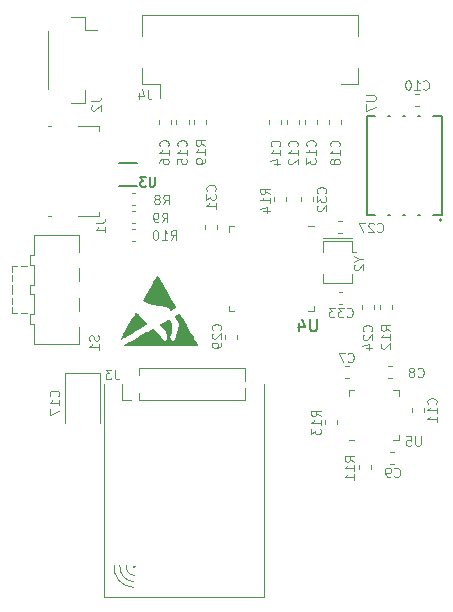
<source format=gbr>
%TF.GenerationSoftware,KiCad,Pcbnew,(5.1.6)-1*%
%TF.CreationDate,2020-07-04T15:59:08+08:00*%
%TF.ProjectId,24RF_Remote_Control,32345246-5f52-4656-9d6f-74655f436f6e,rev?*%
%TF.SameCoordinates,Original*%
%TF.FileFunction,Legend,Bot*%
%TF.FilePolarity,Positive*%
%FSLAX46Y46*%
G04 Gerber Fmt 4.6, Leading zero omitted, Abs format (unit mm)*
G04 Created by KiCad (PCBNEW (5.1.6)-1) date 2020-07-04 15:59:08*
%MOMM*%
%LPD*%
G01*
G04 APERTURE LIST*
%ADD10C,0.010000*%
%ADD11C,0.120000*%
%ADD12C,0.152400*%
%ADD13C,0.150000*%
G04 APERTURE END LIST*
D10*
%TO.C,REF\u002A\u002A*%
G36*
X139806506Y-92967458D02*
G01*
X139773981Y-92980036D01*
X139724407Y-93005012D01*
X139653226Y-93044176D01*
X139647684Y-93047288D01*
X139582126Y-93084776D01*
X139526802Y-93117619D01*
X139487145Y-93142505D01*
X139468588Y-93156120D01*
X139468069Y-93156787D01*
X139472552Y-93175690D01*
X139493114Y-93217905D01*
X139528417Y-93281132D01*
X139577120Y-93363072D01*
X139637882Y-93461422D01*
X139709364Y-93573885D01*
X139727155Y-93601465D01*
X139773507Y-93677999D01*
X139807258Y-93743856D01*
X139825447Y-93793082D01*
X139827314Y-93802807D01*
X139826485Y-93845612D01*
X139817206Y-93913509D01*
X139800632Y-94002143D01*
X139777920Y-94107159D01*
X139750227Y-94224202D01*
X139718710Y-94348916D01*
X139684525Y-94476945D01*
X139648829Y-94603934D01*
X139612779Y-94725528D01*
X139577532Y-94837372D01*
X139544244Y-94935110D01*
X139514072Y-95014387D01*
X139493039Y-95061422D01*
X139468263Y-95111525D01*
X139444870Y-95159468D01*
X139443603Y-95162093D01*
X139404901Y-95210520D01*
X139348416Y-95243128D01*
X139282661Y-95258754D01*
X139216149Y-95256237D01*
X139157395Y-95234414D01*
X139124342Y-95205682D01*
X139076741Y-95126883D01*
X139041861Y-95028678D01*
X139022723Y-94921079D01*
X139020012Y-94860080D01*
X139030930Y-94746235D01*
X139062976Y-94651960D01*
X139117874Y-94572679D01*
X139134993Y-94555033D01*
X139185939Y-94505535D01*
X139189437Y-94155662D01*
X139192936Y-93805789D01*
X139103782Y-93670831D01*
X139061946Y-93609745D01*
X139021655Y-93554793D01*
X138988657Y-93513636D01*
X138974474Y-93498492D01*
X138934319Y-93461110D01*
X138879935Y-93490398D01*
X138845561Y-93511384D01*
X138826754Y-93527678D01*
X138825551Y-93530607D01*
X138812697Y-93543028D01*
X138790704Y-93552277D01*
X138769450Y-93560613D01*
X138736906Y-93576449D01*
X138690278Y-93601333D01*
X138626771Y-93636809D01*
X138543592Y-93684423D01*
X138437947Y-93745722D01*
X138380538Y-93779232D01*
X138313006Y-93819371D01*
X138268715Y-93847959D01*
X138243745Y-93868339D01*
X138234177Y-93883853D01*
X138236092Y-93897846D01*
X138237689Y-93901096D01*
X138253224Y-93921566D01*
X138286464Y-93959965D01*
X138333538Y-94011996D01*
X138390572Y-94073366D01*
X138439900Y-94125390D01*
X138553570Y-94248867D01*
X138642495Y-94355891D01*
X138707466Y-94447540D01*
X138749279Y-94524888D01*
X138763383Y-94564166D01*
X138769208Y-94598549D01*
X138775225Y-94657199D01*
X138780904Y-94733417D01*
X138785716Y-94820502D01*
X138787981Y-94875568D01*
X138791141Y-94970764D01*
X138792531Y-95040362D01*
X138791742Y-95089709D01*
X138788365Y-95124154D01*
X138781992Y-95149043D01*
X138772213Y-95169725D01*
X138764533Y-95182353D01*
X138720179Y-95231026D01*
X138663026Y-95264945D01*
X138602892Y-95279738D01*
X138557827Y-95274386D01*
X138517024Y-95251230D01*
X138465876Y-95209762D01*
X138411558Y-95157212D01*
X138361243Y-95100816D01*
X138322106Y-95047805D01*
X138307695Y-95022189D01*
X138286109Y-94987114D01*
X138246847Y-94933689D01*
X138193498Y-94866089D01*
X138129648Y-94788490D01*
X138058885Y-94705068D01*
X137984796Y-94619998D01*
X137910968Y-94537455D01*
X137840989Y-94461616D01*
X137778445Y-94396656D01*
X137729340Y-94348969D01*
X137674821Y-94301332D01*
X137628958Y-94266208D01*
X137596789Y-94247249D01*
X137586111Y-94245164D01*
X137569747Y-94253574D01*
X137528929Y-94276146D01*
X137466014Y-94311524D01*
X137383356Y-94358354D01*
X137283311Y-94415281D01*
X137168234Y-94480949D01*
X137040481Y-94554003D01*
X136902406Y-94633088D01*
X136756366Y-94716848D01*
X136604716Y-94803929D01*
X136449810Y-94892976D01*
X136294005Y-94982632D01*
X136139656Y-95071543D01*
X135989118Y-95158354D01*
X135844746Y-95241709D01*
X135708896Y-95320254D01*
X135583923Y-95392633D01*
X135472183Y-95457490D01*
X135376030Y-95513471D01*
X135297821Y-95559220D01*
X135239911Y-95593383D01*
X135204654Y-95614604D01*
X135194435Y-95621263D01*
X135208198Y-95622580D01*
X135251496Y-95623859D01*
X135322886Y-95625096D01*
X135420927Y-95626283D01*
X135544178Y-95627415D01*
X135691197Y-95628486D01*
X135860543Y-95629489D01*
X136050774Y-95630419D01*
X136260449Y-95631268D01*
X136488127Y-95632032D01*
X136732365Y-95632703D01*
X136991723Y-95633276D01*
X137264759Y-95633744D01*
X137550032Y-95634102D01*
X137846100Y-95634342D01*
X138151521Y-95634459D01*
X138279676Y-95634471D01*
X141379630Y-95634471D01*
X141158547Y-95251147D01*
X141111744Y-95169980D01*
X141051498Y-95065466D01*
X140979822Y-94941101D01*
X140898731Y-94800382D01*
X140810238Y-94646803D01*
X140716360Y-94483862D01*
X140619109Y-94315054D01*
X140520500Y-94143875D01*
X140422547Y-93973821D01*
X140397775Y-93930812D01*
X140307448Y-93774157D01*
X140221311Y-93625103D01*
X140140658Y-93485868D01*
X140066784Y-93358671D01*
X140000983Y-93245732D01*
X139944550Y-93149268D01*
X139898779Y-93071500D01*
X139864965Y-93014646D01*
X139844402Y-92980925D01*
X139838647Y-92972340D01*
X139826542Y-92965489D01*
X139806506Y-92967458D01*
G37*
X139806506Y-92967458D02*
X139773981Y-92980036D01*
X139724407Y-93005012D01*
X139653226Y-93044176D01*
X139647684Y-93047288D01*
X139582126Y-93084776D01*
X139526802Y-93117619D01*
X139487145Y-93142505D01*
X139468588Y-93156120D01*
X139468069Y-93156787D01*
X139472552Y-93175690D01*
X139493114Y-93217905D01*
X139528417Y-93281132D01*
X139577120Y-93363072D01*
X139637882Y-93461422D01*
X139709364Y-93573885D01*
X139727155Y-93601465D01*
X139773507Y-93677999D01*
X139807258Y-93743856D01*
X139825447Y-93793082D01*
X139827314Y-93802807D01*
X139826485Y-93845612D01*
X139817206Y-93913509D01*
X139800632Y-94002143D01*
X139777920Y-94107159D01*
X139750227Y-94224202D01*
X139718710Y-94348916D01*
X139684525Y-94476945D01*
X139648829Y-94603934D01*
X139612779Y-94725528D01*
X139577532Y-94837372D01*
X139544244Y-94935110D01*
X139514072Y-95014387D01*
X139493039Y-95061422D01*
X139468263Y-95111525D01*
X139444870Y-95159468D01*
X139443603Y-95162093D01*
X139404901Y-95210520D01*
X139348416Y-95243128D01*
X139282661Y-95258754D01*
X139216149Y-95256237D01*
X139157395Y-95234414D01*
X139124342Y-95205682D01*
X139076741Y-95126883D01*
X139041861Y-95028678D01*
X139022723Y-94921079D01*
X139020012Y-94860080D01*
X139030930Y-94746235D01*
X139062976Y-94651960D01*
X139117874Y-94572679D01*
X139134993Y-94555033D01*
X139185939Y-94505535D01*
X139189437Y-94155662D01*
X139192936Y-93805789D01*
X139103782Y-93670831D01*
X139061946Y-93609745D01*
X139021655Y-93554793D01*
X138988657Y-93513636D01*
X138974474Y-93498492D01*
X138934319Y-93461110D01*
X138879935Y-93490398D01*
X138845561Y-93511384D01*
X138826754Y-93527678D01*
X138825551Y-93530607D01*
X138812697Y-93543028D01*
X138790704Y-93552277D01*
X138769450Y-93560613D01*
X138736906Y-93576449D01*
X138690278Y-93601333D01*
X138626771Y-93636809D01*
X138543592Y-93684423D01*
X138437947Y-93745722D01*
X138380538Y-93779232D01*
X138313006Y-93819371D01*
X138268715Y-93847959D01*
X138243745Y-93868339D01*
X138234177Y-93883853D01*
X138236092Y-93897846D01*
X138237689Y-93901096D01*
X138253224Y-93921566D01*
X138286464Y-93959965D01*
X138333538Y-94011996D01*
X138390572Y-94073366D01*
X138439900Y-94125390D01*
X138553570Y-94248867D01*
X138642495Y-94355891D01*
X138707466Y-94447540D01*
X138749279Y-94524888D01*
X138763383Y-94564166D01*
X138769208Y-94598549D01*
X138775225Y-94657199D01*
X138780904Y-94733417D01*
X138785716Y-94820502D01*
X138787981Y-94875568D01*
X138791141Y-94970764D01*
X138792531Y-95040362D01*
X138791742Y-95089709D01*
X138788365Y-95124154D01*
X138781992Y-95149043D01*
X138772213Y-95169725D01*
X138764533Y-95182353D01*
X138720179Y-95231026D01*
X138663026Y-95264945D01*
X138602892Y-95279738D01*
X138557827Y-95274386D01*
X138517024Y-95251230D01*
X138465876Y-95209762D01*
X138411558Y-95157212D01*
X138361243Y-95100816D01*
X138322106Y-95047805D01*
X138307695Y-95022189D01*
X138286109Y-94987114D01*
X138246847Y-94933689D01*
X138193498Y-94866089D01*
X138129648Y-94788490D01*
X138058885Y-94705068D01*
X137984796Y-94619998D01*
X137910968Y-94537455D01*
X137840989Y-94461616D01*
X137778445Y-94396656D01*
X137729340Y-94348969D01*
X137674821Y-94301332D01*
X137628958Y-94266208D01*
X137596789Y-94247249D01*
X137586111Y-94245164D01*
X137569747Y-94253574D01*
X137528929Y-94276146D01*
X137466014Y-94311524D01*
X137383356Y-94358354D01*
X137283311Y-94415281D01*
X137168234Y-94480949D01*
X137040481Y-94554003D01*
X136902406Y-94633088D01*
X136756366Y-94716848D01*
X136604716Y-94803929D01*
X136449810Y-94892976D01*
X136294005Y-94982632D01*
X136139656Y-95071543D01*
X135989118Y-95158354D01*
X135844746Y-95241709D01*
X135708896Y-95320254D01*
X135583923Y-95392633D01*
X135472183Y-95457490D01*
X135376030Y-95513471D01*
X135297821Y-95559220D01*
X135239911Y-95593383D01*
X135204654Y-95614604D01*
X135194435Y-95621263D01*
X135208198Y-95622580D01*
X135251496Y-95623859D01*
X135322886Y-95625096D01*
X135420927Y-95626283D01*
X135544178Y-95627415D01*
X135691197Y-95628486D01*
X135860543Y-95629489D01*
X136050774Y-95630419D01*
X136260449Y-95631268D01*
X136488127Y-95632032D01*
X136732365Y-95632703D01*
X136991723Y-95633276D01*
X137264759Y-95633744D01*
X137550032Y-95634102D01*
X137846100Y-95634342D01*
X138151521Y-95634459D01*
X138279676Y-95634471D01*
X141379630Y-95634471D01*
X141158547Y-95251147D01*
X141111744Y-95169980D01*
X141051498Y-95065466D01*
X140979822Y-94941101D01*
X140898731Y-94800382D01*
X140810238Y-94646803D01*
X140716360Y-94483862D01*
X140619109Y-94315054D01*
X140520500Y-94143875D01*
X140422547Y-93973821D01*
X140397775Y-93930812D01*
X140307448Y-93774157D01*
X140221311Y-93625103D01*
X140140658Y-93485868D01*
X140066784Y-93358671D01*
X140000983Y-93245732D01*
X139944550Y-93149268D01*
X139898779Y-93071500D01*
X139864965Y-93014646D01*
X139844402Y-92980925D01*
X139838647Y-92972340D01*
X139826542Y-92965489D01*
X139806506Y-92967458D01*
G36*
X136141072Y-92910919D02*
G01*
X136129692Y-92929993D01*
X136104112Y-92973721D01*
X136065598Y-93039919D01*
X136015414Y-93126402D01*
X135954825Y-93230985D01*
X135885097Y-93351483D01*
X135807493Y-93485712D01*
X135723280Y-93631487D01*
X135633721Y-93786623D01*
X135541602Y-93946300D01*
X135447524Y-94109417D01*
X135357198Y-94266009D01*
X135271935Y-94413806D01*
X135193043Y-94550540D01*
X135121831Y-94673942D01*
X135059609Y-94781744D01*
X135007687Y-94871677D01*
X134967372Y-94941473D01*
X134939976Y-94988864D01*
X134927093Y-95011086D01*
X134906093Y-95048630D01*
X134894675Y-95072131D01*
X134894049Y-95076220D01*
X134907964Y-95068542D01*
X134946659Y-95046503D01*
X135008113Y-95011271D01*
X135090302Y-94964011D01*
X135191204Y-94905889D01*
X135308795Y-94838071D01*
X135441054Y-94761724D01*
X135585958Y-94678014D01*
X135741483Y-94588106D01*
X135905608Y-94493167D01*
X135968051Y-94457032D01*
X136135113Y-94360383D01*
X136294526Y-94268238D01*
X136444245Y-94181775D01*
X136582224Y-94102171D01*
X136706415Y-94030605D01*
X136814773Y-93968255D01*
X136905252Y-93916298D01*
X136975804Y-93875913D01*
X137024385Y-93848278D01*
X137048946Y-93834572D01*
X137051515Y-93833274D01*
X137044031Y-93821520D01*
X137017986Y-93790095D01*
X136976041Y-93741894D01*
X136920854Y-93679810D01*
X136855083Y-93606739D01*
X136781388Y-93525576D01*
X136702427Y-93439216D01*
X136620860Y-93350553D01*
X136539346Y-93262482D01*
X136460543Y-93177899D01*
X136387110Y-93099697D01*
X136321707Y-93030772D01*
X136266992Y-92974019D01*
X136225623Y-92932332D01*
X136211436Y-92918663D01*
X136164420Y-92874501D01*
X136141072Y-92910919D01*
G37*
X136141072Y-92910919D02*
X136129692Y-92929993D01*
X136104112Y-92973721D01*
X136065598Y-93039919D01*
X136015414Y-93126402D01*
X135954825Y-93230985D01*
X135885097Y-93351483D01*
X135807493Y-93485712D01*
X135723280Y-93631487D01*
X135633721Y-93786623D01*
X135541602Y-93946300D01*
X135447524Y-94109417D01*
X135357198Y-94266009D01*
X135271935Y-94413806D01*
X135193043Y-94550540D01*
X135121831Y-94673942D01*
X135059609Y-94781744D01*
X135007687Y-94871677D01*
X134967372Y-94941473D01*
X134939976Y-94988864D01*
X134927093Y-95011086D01*
X134906093Y-95048630D01*
X134894675Y-95072131D01*
X134894049Y-95076220D01*
X134907964Y-95068542D01*
X134946659Y-95046503D01*
X135008113Y-95011271D01*
X135090302Y-94964011D01*
X135191204Y-94905889D01*
X135308795Y-94838071D01*
X135441054Y-94761724D01*
X135585958Y-94678014D01*
X135741483Y-94588106D01*
X135905608Y-94493167D01*
X135968051Y-94457032D01*
X136135113Y-94360383D01*
X136294526Y-94268238D01*
X136444245Y-94181775D01*
X136582224Y-94102171D01*
X136706415Y-94030605D01*
X136814773Y-93968255D01*
X136905252Y-93916298D01*
X136975804Y-93875913D01*
X137024385Y-93848278D01*
X137048946Y-93834572D01*
X137051515Y-93833274D01*
X137044031Y-93821520D01*
X137017986Y-93790095D01*
X136976041Y-93741894D01*
X136920854Y-93679810D01*
X136855083Y-93606739D01*
X136781388Y-93525576D01*
X136702427Y-93439216D01*
X136620860Y-93350553D01*
X136539346Y-93262482D01*
X136460543Y-93177899D01*
X136387110Y-93099697D01*
X136321707Y-93030772D01*
X136266992Y-92974019D01*
X136225623Y-92932332D01*
X136211436Y-92918663D01*
X136164420Y-92874501D01*
X136141072Y-92910919D01*
G36*
X137964557Y-89762135D02*
G01*
X137941535Y-89799545D01*
X137906066Y-89858814D01*
X137859604Y-89937418D01*
X137803604Y-90032838D01*
X137739519Y-90142550D01*
X137668804Y-90264034D01*
X137592913Y-90394768D01*
X137513301Y-90532230D01*
X137431422Y-90673898D01*
X137348730Y-90817251D01*
X137266679Y-90959767D01*
X137186724Y-91098924D01*
X137110319Y-91232201D01*
X137038918Y-91357076D01*
X136973976Y-91471027D01*
X136916947Y-91571533D01*
X136869285Y-91656072D01*
X136832445Y-91722122D01*
X136807880Y-91767162D01*
X136797046Y-91788670D01*
X136796649Y-91790014D01*
X136810099Y-91808265D01*
X136847486Y-91836182D01*
X136904365Y-91871025D01*
X136976288Y-91910054D01*
X137051585Y-91947143D01*
X137154040Y-91992117D01*
X137261783Y-92032526D01*
X137378527Y-92069269D01*
X137507982Y-92103242D01*
X137653860Y-92135344D01*
X137819874Y-92166473D01*
X138009734Y-92197527D01*
X138206131Y-92226445D01*
X138376766Y-92252100D01*
X138520055Y-92277498D01*
X138639592Y-92303902D01*
X138738970Y-92332573D01*
X138821782Y-92364773D01*
X138891622Y-92401765D01*
X138952082Y-92444812D01*
X139006755Y-92495175D01*
X139024386Y-92513883D01*
X139062600Y-92557439D01*
X139090868Y-92592982D01*
X139103982Y-92613883D01*
X139104332Y-92615597D01*
X139108920Y-92626106D01*
X139124842Y-92626224D01*
X139155334Y-92614554D01*
X139203632Y-92589696D01*
X139272973Y-92550252D01*
X139321161Y-92521887D01*
X139393017Y-92477547D01*
X139448858Y-92439579D01*
X139484933Y-92410716D01*
X139497487Y-92393688D01*
X139497479Y-92393564D01*
X139489694Y-92377337D01*
X139467708Y-92336700D01*
X139432797Y-92273867D01*
X139386237Y-92191052D01*
X139329305Y-92090472D01*
X139263277Y-91974340D01*
X139189428Y-91844871D01*
X139109036Y-91704280D01*
X139023376Y-91554782D01*
X138933724Y-91398592D01*
X138841357Y-91237924D01*
X138747551Y-91074993D01*
X138653582Y-90912013D01*
X138560726Y-90751200D01*
X138470260Y-90594768D01*
X138383459Y-90444933D01*
X138301600Y-90303908D01*
X138225959Y-90173909D01*
X138157813Y-90057149D01*
X138098437Y-89955845D01*
X138049107Y-89872211D01*
X138011100Y-89808462D01*
X137985693Y-89766811D01*
X137974160Y-89749475D01*
X137973677Y-89749105D01*
X137964557Y-89762135D01*
G37*
X137964557Y-89762135D02*
X137941535Y-89799545D01*
X137906066Y-89858814D01*
X137859604Y-89937418D01*
X137803604Y-90032838D01*
X137739519Y-90142550D01*
X137668804Y-90264034D01*
X137592913Y-90394768D01*
X137513301Y-90532230D01*
X137431422Y-90673898D01*
X137348730Y-90817251D01*
X137266679Y-90959767D01*
X137186724Y-91098924D01*
X137110319Y-91232201D01*
X137038918Y-91357076D01*
X136973976Y-91471027D01*
X136916947Y-91571533D01*
X136869285Y-91656072D01*
X136832445Y-91722122D01*
X136807880Y-91767162D01*
X136797046Y-91788670D01*
X136796649Y-91790014D01*
X136810099Y-91808265D01*
X136847486Y-91836182D01*
X136904365Y-91871025D01*
X136976288Y-91910054D01*
X137051585Y-91947143D01*
X137154040Y-91992117D01*
X137261783Y-92032526D01*
X137378527Y-92069269D01*
X137507982Y-92103242D01*
X137653860Y-92135344D01*
X137819874Y-92166473D01*
X138009734Y-92197527D01*
X138206131Y-92226445D01*
X138376766Y-92252100D01*
X138520055Y-92277498D01*
X138639592Y-92303902D01*
X138738970Y-92332573D01*
X138821782Y-92364773D01*
X138891622Y-92401765D01*
X138952082Y-92444812D01*
X139006755Y-92495175D01*
X139024386Y-92513883D01*
X139062600Y-92557439D01*
X139090868Y-92592982D01*
X139103982Y-92613883D01*
X139104332Y-92615597D01*
X139108920Y-92626106D01*
X139124842Y-92626224D01*
X139155334Y-92614554D01*
X139203632Y-92589696D01*
X139272973Y-92550252D01*
X139321161Y-92521887D01*
X139393017Y-92477547D01*
X139448858Y-92439579D01*
X139484933Y-92410716D01*
X139497487Y-92393688D01*
X139497479Y-92393564D01*
X139489694Y-92377337D01*
X139467708Y-92336700D01*
X139432797Y-92273867D01*
X139386237Y-92191052D01*
X139329305Y-92090472D01*
X139263277Y-91974340D01*
X139189428Y-91844871D01*
X139109036Y-91704280D01*
X139023376Y-91554782D01*
X138933724Y-91398592D01*
X138841357Y-91237924D01*
X138747551Y-91074993D01*
X138653582Y-90912013D01*
X138560726Y-90751200D01*
X138470260Y-90594768D01*
X138383459Y-90444933D01*
X138301600Y-90303908D01*
X138225959Y-90173909D01*
X138157813Y-90057149D01*
X138098437Y-89955845D01*
X138049107Y-89872211D01*
X138011100Y-89808462D01*
X137985693Y-89766811D01*
X137974160Y-89749475D01*
X137973677Y-89749105D01*
X137964557Y-89762135D01*
D11*
%TO.C,U4*%
X144506200Y-85544200D02*
X144031200Y-85544200D01*
X144031200Y-85544200D02*
X144031200Y-86019200D01*
X150776200Y-92764200D02*
X151251200Y-92764200D01*
X151251200Y-92764200D02*
X151251200Y-92289200D01*
X144506200Y-92764200D02*
X144031200Y-92764200D01*
X144031200Y-92764200D02*
X144031200Y-92289200D01*
X150776200Y-85544200D02*
X151251200Y-85544200D01*
D12*
%TO.C,U7*%
X155713020Y-84568620D02*
X155713020Y-76212020D01*
X155713020Y-76212020D02*
X156459780Y-76212020D01*
X162063020Y-76212020D02*
X162063020Y-84568620D01*
X162063020Y-84568620D02*
X161316260Y-84568620D01*
X160269780Y-84568620D02*
X160046260Y-84568620D01*
X158999780Y-84568620D02*
X158776260Y-84568620D01*
X157729780Y-84568620D02*
X157506260Y-84568620D01*
X156459780Y-84568620D02*
X155713020Y-84568620D01*
X157506260Y-76212020D02*
X157729780Y-76212020D01*
X158776260Y-76212020D02*
X158999780Y-76212020D01*
X160046260Y-76212020D02*
X160269780Y-76212020D01*
X161316260Y-76212020D02*
X162063020Y-76212020D01*
X162037620Y-85013120D02*
G75*
G03*
X162037620Y-85013120I-76200J0D01*
G01*
D11*
%TO.C,J4*%
X138208000Y-73489040D02*
X136718000Y-73489040D01*
X136718000Y-73489040D02*
X136718000Y-72149040D01*
X153528000Y-73489040D02*
X155018000Y-73489040D01*
X155018000Y-73489040D02*
X155018000Y-72149040D01*
X136718000Y-69429040D02*
X136718000Y-67689040D01*
X136718000Y-67689040D02*
X155018000Y-67689040D01*
X155018000Y-67689040D02*
X155018000Y-69429040D01*
X138208000Y-73489040D02*
X138208000Y-74689040D01*
%TO.C,C7*%
X154189239Y-97393620D02*
X153863681Y-97393620D01*
X154189239Y-98413620D02*
X153863681Y-98413620D01*
%TO.C,C8*%
X157561921Y-98406000D02*
X157887479Y-98406000D01*
X157561921Y-97386000D02*
X157887479Y-97386000D01*
%TO.C,C9*%
X157676621Y-104647680D02*
X158002179Y-104647680D01*
X157676621Y-105667680D02*
X158002179Y-105667680D01*
%TO.C,C10*%
X160165719Y-74321160D02*
X159840161Y-74321160D01*
X160165719Y-75341160D02*
X159840161Y-75341160D01*
%TO.C,C11*%
X160543560Y-101264259D02*
X160543560Y-100938701D01*
X159523560Y-101264259D02*
X159523560Y-100938701D01*
%TO.C,C12*%
X148989700Y-76571821D02*
X148989700Y-76897379D01*
X150009700Y-76571821D02*
X150009700Y-76897379D01*
%TO.C,C13*%
X150503160Y-76897379D02*
X150503160Y-76571821D01*
X151523160Y-76897379D02*
X151523160Y-76571821D01*
%TO.C,C14*%
X148495860Y-76571821D02*
X148495860Y-76897379D01*
X147475860Y-76571821D02*
X147475860Y-76897379D01*
%TO.C,C15*%
X139619640Y-76564201D02*
X139619640Y-76889759D01*
X140639640Y-76564201D02*
X140639640Y-76889759D01*
%TO.C,C16*%
X139123260Y-76564201D02*
X139123260Y-76889759D01*
X138103260Y-76564201D02*
X138103260Y-76889759D01*
%TO.C,C17*%
X130148180Y-102231720D02*
X130148180Y-98021720D01*
X130148180Y-98021720D02*
X133168180Y-98021720D01*
X133168180Y-98021720D02*
X133168180Y-102231720D01*
%TO.C,C18*%
X153512840Y-76895499D02*
X153512840Y-76569941D01*
X152492840Y-76895499D02*
X152492840Y-76569941D01*
%TO.C,C24*%
X156339860Y-92218881D02*
X156339860Y-92544439D01*
X155319860Y-92218881D02*
X155319860Y-92544439D01*
%TO.C,C27*%
X153659519Y-85130500D02*
X153333961Y-85130500D01*
X153659519Y-86150500D02*
X153333961Y-86150500D01*
%TO.C,C29*%
X143760320Y-95069199D02*
X143760320Y-94743641D01*
X144780320Y-95069199D02*
X144780320Y-94743641D01*
%TO.C,C31*%
X142042940Y-85468381D02*
X142042940Y-85793939D01*
X143062940Y-85468381D02*
X143062940Y-85793939D01*
%TO.C,C32*%
X151214140Y-83082501D02*
X151214140Y-83408059D01*
X150194140Y-83082501D02*
X150194140Y-83408059D01*
%TO.C,C33*%
X153669679Y-91112600D02*
X153344121Y-91112600D01*
X153669679Y-92132600D02*
X153344121Y-92132600D01*
%TO.C,J1*%
X133039020Y-77093400D02*
X133039020Y-77473400D01*
X128989020Y-77093400D02*
X128729020Y-77093400D01*
X133039020Y-77093400D02*
X131269020Y-77093400D01*
X133039020Y-84713400D02*
X133039020Y-84333400D01*
X131269020Y-84713400D02*
X133039020Y-84713400D01*
X128729020Y-84713400D02*
X128989020Y-84713400D01*
%TO.C,J2*%
X130720060Y-67880160D02*
X131870060Y-67880160D01*
X131870060Y-67880160D02*
X131870060Y-68930160D01*
X131870060Y-68930160D02*
X132860060Y-68930160D01*
X130720060Y-75100160D02*
X131870060Y-75100160D01*
X131870060Y-75100160D02*
X131870060Y-74050160D01*
X128750060Y-69050160D02*
X128750060Y-73930160D01*
%TO.C,J3*%
X136438460Y-97597240D02*
X136438460Y-98167240D01*
X136438460Y-99687240D02*
X136438460Y-100257240D01*
X136438460Y-97597240D02*
X145388460Y-97597240D01*
X145388460Y-97597240D02*
X145388460Y-98619710D01*
X145388460Y-99234770D02*
X145388460Y-100257240D01*
X136438460Y-100257240D02*
X145388460Y-100257240D01*
X135043460Y-100257240D02*
X135803460Y-100257240D01*
X135043460Y-98927240D02*
X135043460Y-100257240D01*
X133448880Y-98924700D02*
X133448880Y-116924700D01*
X147004880Y-116924700D02*
X133448880Y-116924700D01*
X147004880Y-98924700D02*
X147004880Y-116924700D01*
X134329336Y-114225921D02*
G75*
G03*
X136006661Y-116145899I1725584J-185159D01*
G01*
X134826384Y-114271373D02*
G75*
G03*
X136034601Y-115648059I1223456J-144787D01*
G01*
X135369765Y-114288472D02*
G75*
G03*
X136060000Y-115112120I690235J-122608D01*
G01*
X136002551Y-114319041D02*
G75*
G03*
X136006661Y-114317101I44749J-89499D01*
G01*
%TO.C,R8*%
X135816481Y-82771160D02*
X136142039Y-82771160D01*
X135816481Y-83791160D02*
X136142039Y-83791160D01*
%TO.C,R9*%
X136142039Y-85316160D02*
X135816481Y-85316160D01*
X136142039Y-84296160D02*
X135816481Y-84296160D01*
%TO.C,R10*%
X136142039Y-85821160D02*
X135816481Y-85821160D01*
X136142039Y-86841160D02*
X135816481Y-86841160D01*
%TO.C,R11*%
X156073160Y-106072479D02*
X156073160Y-105746921D01*
X155053160Y-106072479D02*
X155053160Y-105746921D01*
%TO.C,R12*%
X156826080Y-92544439D02*
X156826080Y-92218881D01*
X157846080Y-92544439D02*
X157846080Y-92218881D01*
%TO.C,R13*%
X153180100Y-101972481D02*
X153180100Y-102298039D01*
X152160100Y-101972481D02*
X152160100Y-102298039D01*
%TO.C,R14*%
X148891020Y-83418939D02*
X148891020Y-83093381D01*
X147871020Y-83418939D02*
X147871020Y-83093381D01*
%TO.C,R19*%
X142155560Y-76564201D02*
X142155560Y-76889759D01*
X141135560Y-76564201D02*
X141135560Y-76889759D01*
%TO.C,S1*%
X131351960Y-87700840D02*
X131351960Y-86300840D01*
X131351960Y-86300840D02*
X127551960Y-86300840D01*
X127551960Y-95500840D02*
X131351960Y-95500840D01*
X131351960Y-95500840D02*
X131351960Y-94100840D01*
X131351960Y-89100840D02*
X131351960Y-90200840D01*
X131351960Y-90200840D02*
X131351960Y-90200840D01*
X131351960Y-91600840D02*
X131351960Y-92700840D01*
X131351960Y-92700840D02*
X131351960Y-92700840D01*
X127551960Y-86300840D02*
X127551960Y-88000840D01*
X127551960Y-88000840D02*
X127251960Y-88000840D01*
X127251960Y-88000840D02*
X127251960Y-88800840D01*
X127251960Y-88800840D02*
X127551960Y-88800840D01*
X127551960Y-88800840D02*
X127551960Y-90500840D01*
X127551960Y-90500840D02*
X127251960Y-90500840D01*
X127251960Y-90500840D02*
X127251960Y-91300840D01*
X127251960Y-91300840D02*
X127551960Y-91300840D01*
X127551960Y-91300840D02*
X127551960Y-93000840D01*
X127551960Y-93000840D02*
X127251960Y-93000840D01*
X127251960Y-93000840D02*
X127251960Y-93800840D01*
X127251960Y-93800840D02*
X127551960Y-93800840D01*
X127551960Y-93800840D02*
X127551960Y-95500840D01*
X127551960Y-95500840D02*
X127551960Y-95500840D01*
X125651960Y-92900840D02*
X126151960Y-92900840D01*
X126151960Y-92900840D02*
X126151960Y-92900840D01*
X125651960Y-92900840D02*
X125651960Y-92400840D01*
X125651960Y-92400840D02*
X125651960Y-92400840D01*
X125651960Y-88900840D02*
X125651960Y-89400840D01*
X125651960Y-89400840D02*
X125651960Y-89400840D01*
X125651960Y-88900840D02*
X126151960Y-88900840D01*
X126151960Y-88900840D02*
X126151960Y-88900840D01*
X126451960Y-88900840D02*
X126951960Y-88900840D01*
X126951960Y-88900840D02*
X126951960Y-88900840D01*
X126451960Y-92900840D02*
X126951960Y-92900840D01*
X126951960Y-92900840D02*
X126951960Y-92900840D01*
X125651960Y-92100840D02*
X125651960Y-91600840D01*
X125651960Y-91600840D02*
X125651960Y-91600840D01*
X125651960Y-89700840D02*
X125651960Y-90200840D01*
X125651960Y-90200840D02*
X125651960Y-90200840D01*
X125651960Y-90500840D02*
X125651960Y-91300840D01*
X125651960Y-91300840D02*
X125651960Y-91300840D01*
%TO.C,U5*%
X157943800Y-103676980D02*
X158418800Y-103676980D01*
X158418800Y-103676980D02*
X158418800Y-103201980D01*
X154673800Y-99456980D02*
X154198800Y-99456980D01*
X154198800Y-99456980D02*
X154198800Y-99931980D01*
X157943800Y-99456980D02*
X158418800Y-99456980D01*
X158418800Y-99456980D02*
X158418800Y-99931980D01*
X154673800Y-103676980D02*
X154198800Y-103676980D01*
%TO.C,Y2*%
X154451740Y-90380520D02*
X154451740Y-89580520D01*
X152051740Y-90380520D02*
X154051740Y-90380520D01*
X152051740Y-89580520D02*
X152051740Y-90380520D01*
X152051740Y-86780520D02*
X152051740Y-87780520D01*
X154051740Y-86780520D02*
X152051740Y-86780520D01*
X154451740Y-87780520D02*
X154451740Y-86780520D01*
X154451740Y-87780520D02*
X154851740Y-87780520D01*
X152051740Y-86580520D02*
X154051740Y-86580520D01*
X154051740Y-90380520D02*
X154451740Y-90380520D01*
X154051740Y-86780520D02*
X154451740Y-86780520D01*
X154051740Y-86580520D02*
X154451740Y-86580520D01*
D12*
%TO.C,U3*%
X134725780Y-80181340D02*
X136283780Y-80181340D01*
X136283780Y-82189340D02*
X134725780Y-82189340D01*
%TO.C,U4*%
D13*
X151501604Y-93434240D02*
X151501604Y-94243764D01*
X151453985Y-94339002D01*
X151406366Y-94386621D01*
X151311128Y-94434240D01*
X151120652Y-94434240D01*
X151025414Y-94386621D01*
X150977795Y-94339002D01*
X150930176Y-94243764D01*
X150930176Y-93434240D01*
X150025414Y-93767574D02*
X150025414Y-94434240D01*
X150263509Y-93386621D02*
X150501604Y-94100907D01*
X149882557Y-94100907D01*
%TO.C,U7*%
D11*
X155689844Y-74471636D02*
X156337463Y-74471636D01*
X156413654Y-74509731D01*
X156451749Y-74547826D01*
X156489844Y-74624017D01*
X156489844Y-74776398D01*
X156451749Y-74852588D01*
X156413654Y-74890683D01*
X156337463Y-74928779D01*
X155689844Y-74928779D01*
X155689844Y-75233540D02*
X155689844Y-75766874D01*
X156489844Y-75424017D01*
%TO.C,J4*%
X137193846Y-74003544D02*
X137193846Y-74574973D01*
X137231941Y-74689259D01*
X137308132Y-74765449D01*
X137422418Y-74803544D01*
X137498608Y-74803544D01*
X136470037Y-74270211D02*
X136470037Y-74803544D01*
X136660513Y-73965449D02*
X136850989Y-74536878D01*
X136355751Y-74536878D01*
%TO.C,C7*%
X154137373Y-97006754D02*
X154175468Y-97044849D01*
X154289754Y-97082944D01*
X154365944Y-97082944D01*
X154480230Y-97044849D01*
X154556420Y-96968659D01*
X154594516Y-96892468D01*
X154632611Y-96740087D01*
X154632611Y-96625801D01*
X154594516Y-96473420D01*
X154556420Y-96397230D01*
X154480230Y-96321040D01*
X154365944Y-96282944D01*
X154289754Y-96282944D01*
X154175468Y-96321040D01*
X154137373Y-96359135D01*
X153870706Y-96282944D02*
X153337373Y-96282944D01*
X153680230Y-97082944D01*
%TO.C,C8*%
X160057673Y-98255374D02*
X160095768Y-98293469D01*
X160210054Y-98331564D01*
X160286244Y-98331564D01*
X160400530Y-98293469D01*
X160476720Y-98217279D01*
X160514816Y-98141088D01*
X160552911Y-97988707D01*
X160552911Y-97874421D01*
X160514816Y-97722040D01*
X160476720Y-97645850D01*
X160400530Y-97569660D01*
X160286244Y-97531564D01*
X160210054Y-97531564D01*
X160095768Y-97569660D01*
X160057673Y-97607755D01*
X159600530Y-97874421D02*
X159676720Y-97836326D01*
X159714816Y-97798231D01*
X159752911Y-97722040D01*
X159752911Y-97683945D01*
X159714816Y-97607755D01*
X159676720Y-97569660D01*
X159600530Y-97531564D01*
X159448149Y-97531564D01*
X159371959Y-97569660D01*
X159333863Y-97607755D01*
X159295768Y-97683945D01*
X159295768Y-97722040D01*
X159333863Y-97798231D01*
X159371959Y-97836326D01*
X159448149Y-97874421D01*
X159600530Y-97874421D01*
X159676720Y-97912517D01*
X159714816Y-97950612D01*
X159752911Y-98026802D01*
X159752911Y-98179183D01*
X159714816Y-98255374D01*
X159676720Y-98293469D01*
X159600530Y-98331564D01*
X159448149Y-98331564D01*
X159371959Y-98293469D01*
X159333863Y-98255374D01*
X159295768Y-98179183D01*
X159295768Y-98026802D01*
X159333863Y-97950612D01*
X159371959Y-97912517D01*
X159448149Y-97874421D01*
%TO.C,C9*%
X158061273Y-106716874D02*
X158099368Y-106754969D01*
X158213654Y-106793064D01*
X158289844Y-106793064D01*
X158404130Y-106754969D01*
X158480320Y-106678779D01*
X158518416Y-106602588D01*
X158556511Y-106450207D01*
X158556511Y-106335921D01*
X158518416Y-106183540D01*
X158480320Y-106107350D01*
X158404130Y-106031160D01*
X158289844Y-105993064D01*
X158213654Y-105993064D01*
X158099368Y-106031160D01*
X158061273Y-106069255D01*
X157680320Y-106793064D02*
X157527940Y-106793064D01*
X157451749Y-106754969D01*
X157413654Y-106716874D01*
X157337463Y-106602588D01*
X157299368Y-106450207D01*
X157299368Y-106145445D01*
X157337463Y-106069255D01*
X157375559Y-106031160D01*
X157451749Y-105993064D01*
X157604130Y-105993064D01*
X157680320Y-106031160D01*
X157718416Y-106069255D01*
X157756511Y-106145445D01*
X157756511Y-106335921D01*
X157718416Y-106412112D01*
X157680320Y-106450207D01*
X157604130Y-106488302D01*
X157451749Y-106488302D01*
X157375559Y-106450207D01*
X157337463Y-106412112D01*
X157299368Y-106335921D01*
%TO.C,C10*%
X160527385Y-73928154D02*
X160565480Y-73966249D01*
X160679766Y-74004344D01*
X160755957Y-74004344D01*
X160870242Y-73966249D01*
X160946433Y-73890059D01*
X160984528Y-73813868D01*
X161022623Y-73661487D01*
X161022623Y-73547201D01*
X160984528Y-73394820D01*
X160946433Y-73318630D01*
X160870242Y-73242440D01*
X160755957Y-73204344D01*
X160679766Y-73204344D01*
X160565480Y-73242440D01*
X160527385Y-73280535D01*
X159765480Y-74004344D02*
X160222623Y-74004344D01*
X159994052Y-74004344D02*
X159994052Y-73204344D01*
X160070242Y-73318630D01*
X160146433Y-73394820D01*
X160222623Y-73432916D01*
X159270242Y-73204344D02*
X159194052Y-73204344D01*
X159117861Y-73242440D01*
X159079766Y-73280535D01*
X159041671Y-73356725D01*
X159003576Y-73509106D01*
X159003576Y-73699582D01*
X159041671Y-73851963D01*
X159079766Y-73928154D01*
X159117861Y-73966249D01*
X159194052Y-74004344D01*
X159270242Y-74004344D01*
X159346433Y-73966249D01*
X159384528Y-73928154D01*
X159422623Y-73851963D01*
X159460719Y-73699582D01*
X159460719Y-73509106D01*
X159422623Y-73356725D01*
X159384528Y-73280535D01*
X159346433Y-73242440D01*
X159270242Y-73204344D01*
%TO.C,C11*%
X161576354Y-100602614D02*
X161614449Y-100564519D01*
X161652544Y-100450233D01*
X161652544Y-100374042D01*
X161614449Y-100259757D01*
X161538259Y-100183566D01*
X161462068Y-100145471D01*
X161309687Y-100107376D01*
X161195401Y-100107376D01*
X161043020Y-100145471D01*
X160966830Y-100183566D01*
X160890640Y-100259757D01*
X160852544Y-100374042D01*
X160852544Y-100450233D01*
X160890640Y-100564519D01*
X160928735Y-100602614D01*
X161652544Y-101364519D02*
X161652544Y-100907376D01*
X161652544Y-101135947D02*
X160852544Y-101135947D01*
X160966830Y-101059757D01*
X161043020Y-100983566D01*
X161081116Y-100907376D01*
X161652544Y-102126423D02*
X161652544Y-101669280D01*
X161652544Y-101897852D02*
X160852544Y-101897852D01*
X160966830Y-101821661D01*
X161043020Y-101745471D01*
X161081116Y-101669280D01*
%TO.C,C12*%
X149813834Y-78801614D02*
X149851929Y-78763519D01*
X149890024Y-78649233D01*
X149890024Y-78573042D01*
X149851929Y-78458757D01*
X149775739Y-78382566D01*
X149699548Y-78344471D01*
X149547167Y-78306376D01*
X149432881Y-78306376D01*
X149280500Y-78344471D01*
X149204310Y-78382566D01*
X149128120Y-78458757D01*
X149090024Y-78573042D01*
X149090024Y-78649233D01*
X149128120Y-78763519D01*
X149166215Y-78801614D01*
X149890024Y-79563519D02*
X149890024Y-79106376D01*
X149890024Y-79334947D02*
X149090024Y-79334947D01*
X149204310Y-79258757D01*
X149280500Y-79182566D01*
X149318596Y-79106376D01*
X149166215Y-79868280D02*
X149128120Y-79906376D01*
X149090024Y-79982566D01*
X149090024Y-80173042D01*
X149128120Y-80249233D01*
X149166215Y-80287328D01*
X149242405Y-80325423D01*
X149318596Y-80325423D01*
X149432881Y-80287328D01*
X149890024Y-79830185D01*
X149890024Y-80325423D01*
%TO.C,C13*%
X151337834Y-78781294D02*
X151375929Y-78743199D01*
X151414024Y-78628913D01*
X151414024Y-78552722D01*
X151375929Y-78438437D01*
X151299739Y-78362246D01*
X151223548Y-78324151D01*
X151071167Y-78286056D01*
X150956881Y-78286056D01*
X150804500Y-78324151D01*
X150728310Y-78362246D01*
X150652120Y-78438437D01*
X150614024Y-78552722D01*
X150614024Y-78628913D01*
X150652120Y-78743199D01*
X150690215Y-78781294D01*
X151414024Y-79543199D02*
X151414024Y-79086056D01*
X151414024Y-79314627D02*
X150614024Y-79314627D01*
X150728310Y-79238437D01*
X150804500Y-79162246D01*
X150842596Y-79086056D01*
X150614024Y-79809865D02*
X150614024Y-80305103D01*
X150918786Y-80038437D01*
X150918786Y-80152722D01*
X150956881Y-80228913D01*
X150994977Y-80267008D01*
X151071167Y-80305103D01*
X151261643Y-80305103D01*
X151337834Y-80267008D01*
X151375929Y-80228913D01*
X151414024Y-80152722D01*
X151414024Y-79924151D01*
X151375929Y-79847960D01*
X151337834Y-79809865D01*
%TO.C,C14*%
X148320314Y-78801614D02*
X148358409Y-78763519D01*
X148396504Y-78649233D01*
X148396504Y-78573042D01*
X148358409Y-78458757D01*
X148282219Y-78382566D01*
X148206028Y-78344471D01*
X148053647Y-78306376D01*
X147939361Y-78306376D01*
X147786980Y-78344471D01*
X147710790Y-78382566D01*
X147634600Y-78458757D01*
X147596504Y-78573042D01*
X147596504Y-78649233D01*
X147634600Y-78763519D01*
X147672695Y-78801614D01*
X148396504Y-79563519D02*
X148396504Y-79106376D01*
X148396504Y-79334947D02*
X147596504Y-79334947D01*
X147710790Y-79258757D01*
X147786980Y-79182566D01*
X147825076Y-79106376D01*
X147863171Y-80249233D02*
X148396504Y-80249233D01*
X147558409Y-80058757D02*
X148129838Y-79868280D01*
X148129838Y-80363519D01*
%TO.C,C15*%
X140425994Y-78788914D02*
X140464089Y-78750819D01*
X140502184Y-78636533D01*
X140502184Y-78560342D01*
X140464089Y-78446057D01*
X140387899Y-78369866D01*
X140311708Y-78331771D01*
X140159327Y-78293676D01*
X140045041Y-78293676D01*
X139892660Y-78331771D01*
X139816470Y-78369866D01*
X139740280Y-78446057D01*
X139702184Y-78560342D01*
X139702184Y-78636533D01*
X139740280Y-78750819D01*
X139778375Y-78788914D01*
X140502184Y-79550819D02*
X140502184Y-79093676D01*
X140502184Y-79322247D02*
X139702184Y-79322247D01*
X139816470Y-79246057D01*
X139892660Y-79169866D01*
X139930756Y-79093676D01*
X139702184Y-80274628D02*
X139702184Y-79893676D01*
X140083137Y-79855580D01*
X140045041Y-79893676D01*
X140006946Y-79969866D01*
X140006946Y-80160342D01*
X140045041Y-80236533D01*
X140083137Y-80274628D01*
X140159327Y-80312723D01*
X140349803Y-80312723D01*
X140425994Y-80274628D01*
X140464089Y-80236533D01*
X140502184Y-80160342D01*
X140502184Y-79969866D01*
X140464089Y-79893676D01*
X140425994Y-79855580D01*
%TO.C,C16*%
X138899454Y-78788914D02*
X138937549Y-78750819D01*
X138975644Y-78636533D01*
X138975644Y-78560342D01*
X138937549Y-78446057D01*
X138861359Y-78369866D01*
X138785168Y-78331771D01*
X138632787Y-78293676D01*
X138518501Y-78293676D01*
X138366120Y-78331771D01*
X138289930Y-78369866D01*
X138213740Y-78446057D01*
X138175644Y-78560342D01*
X138175644Y-78636533D01*
X138213740Y-78750819D01*
X138251835Y-78788914D01*
X138975644Y-79550819D02*
X138975644Y-79093676D01*
X138975644Y-79322247D02*
X138175644Y-79322247D01*
X138289930Y-79246057D01*
X138366120Y-79169866D01*
X138404216Y-79093676D01*
X138175644Y-80236533D02*
X138175644Y-80084152D01*
X138213740Y-80007961D01*
X138251835Y-79969866D01*
X138366120Y-79893676D01*
X138518501Y-79855580D01*
X138823263Y-79855580D01*
X138899454Y-79893676D01*
X138937549Y-79931771D01*
X138975644Y-80007961D01*
X138975644Y-80160342D01*
X138937549Y-80236533D01*
X138899454Y-80274628D01*
X138823263Y-80312723D01*
X138632787Y-80312723D01*
X138556597Y-80274628D01*
X138518501Y-80236533D01*
X138480406Y-80160342D01*
X138480406Y-80007961D01*
X138518501Y-79931771D01*
X138556597Y-79893676D01*
X138632787Y-79855580D01*
%TO.C,C17*%
X129593894Y-99967434D02*
X129631989Y-99929339D01*
X129670084Y-99815053D01*
X129670084Y-99738862D01*
X129631989Y-99624577D01*
X129555799Y-99548386D01*
X129479608Y-99510291D01*
X129327227Y-99472196D01*
X129212941Y-99472196D01*
X129060560Y-99510291D01*
X128984370Y-99548386D01*
X128908180Y-99624577D01*
X128870084Y-99738862D01*
X128870084Y-99815053D01*
X128908180Y-99929339D01*
X128946275Y-99967434D01*
X129670084Y-100729339D02*
X129670084Y-100272196D01*
X129670084Y-100500767D02*
X128870084Y-100500767D01*
X128984370Y-100424577D01*
X129060560Y-100348386D01*
X129098656Y-100272196D01*
X128870084Y-100996005D02*
X128870084Y-101529339D01*
X129670084Y-101186481D01*
%TO.C,C18*%
X153362214Y-78801614D02*
X153400309Y-78763519D01*
X153438404Y-78649233D01*
X153438404Y-78573042D01*
X153400309Y-78458757D01*
X153324119Y-78382566D01*
X153247928Y-78344471D01*
X153095547Y-78306376D01*
X152981261Y-78306376D01*
X152828880Y-78344471D01*
X152752690Y-78382566D01*
X152676500Y-78458757D01*
X152638404Y-78573042D01*
X152638404Y-78649233D01*
X152676500Y-78763519D01*
X152714595Y-78801614D01*
X153438404Y-79563519D02*
X153438404Y-79106376D01*
X153438404Y-79334947D02*
X152638404Y-79334947D01*
X152752690Y-79258757D01*
X152828880Y-79182566D01*
X152866976Y-79106376D01*
X152981261Y-80020661D02*
X152943166Y-79944471D01*
X152905071Y-79906376D01*
X152828880Y-79868280D01*
X152790785Y-79868280D01*
X152714595Y-79906376D01*
X152676500Y-79944471D01*
X152638404Y-80020661D01*
X152638404Y-80173042D01*
X152676500Y-80249233D01*
X152714595Y-80287328D01*
X152790785Y-80325423D01*
X152828880Y-80325423D01*
X152905071Y-80287328D01*
X152943166Y-80249233D01*
X152981261Y-80173042D01*
X152981261Y-80020661D01*
X153019357Y-79944471D01*
X153057452Y-79906376D01*
X153133642Y-79868280D01*
X153286023Y-79868280D01*
X153362214Y-79906376D01*
X153400309Y-79944471D01*
X153438404Y-80020661D01*
X153438404Y-80173042D01*
X153400309Y-80249233D01*
X153362214Y-80287328D01*
X153286023Y-80325423D01*
X153133642Y-80325423D01*
X153057452Y-80287328D01*
X153019357Y-80249233D01*
X152981261Y-80173042D01*
%TO.C,C24*%
X156128274Y-94453094D02*
X156166369Y-94414999D01*
X156204464Y-94300713D01*
X156204464Y-94224522D01*
X156166369Y-94110237D01*
X156090179Y-94034046D01*
X156013988Y-93995951D01*
X155861607Y-93957856D01*
X155747321Y-93957856D01*
X155594940Y-93995951D01*
X155518750Y-94034046D01*
X155442560Y-94110237D01*
X155404464Y-94224522D01*
X155404464Y-94300713D01*
X155442560Y-94414999D01*
X155480655Y-94453094D01*
X155480655Y-94757856D02*
X155442560Y-94795951D01*
X155404464Y-94872141D01*
X155404464Y-95062618D01*
X155442560Y-95138808D01*
X155480655Y-95176903D01*
X155556845Y-95214999D01*
X155633036Y-95214999D01*
X155747321Y-95176903D01*
X156204464Y-94719760D01*
X156204464Y-95214999D01*
X155671131Y-95900713D02*
X156204464Y-95900713D01*
X155366369Y-95710237D02*
X155937798Y-95519760D01*
X155937798Y-96014999D01*
%TO.C,C27*%
X156611025Y-85988934D02*
X156649120Y-86027029D01*
X156763406Y-86065124D01*
X156839597Y-86065124D01*
X156953882Y-86027029D01*
X157030073Y-85950839D01*
X157068168Y-85874648D01*
X157106263Y-85722267D01*
X157106263Y-85607981D01*
X157068168Y-85455600D01*
X157030073Y-85379410D01*
X156953882Y-85303220D01*
X156839597Y-85265124D01*
X156763406Y-85265124D01*
X156649120Y-85303220D01*
X156611025Y-85341315D01*
X156306263Y-85341315D02*
X156268168Y-85303220D01*
X156191978Y-85265124D01*
X156001501Y-85265124D01*
X155925311Y-85303220D01*
X155887216Y-85341315D01*
X155849120Y-85417505D01*
X155849120Y-85493696D01*
X155887216Y-85607981D01*
X156344359Y-86065124D01*
X155849120Y-86065124D01*
X155582454Y-85265124D02*
X155049120Y-85265124D01*
X155391978Y-86065124D01*
%TO.C,C29*%
X143336834Y-94338794D02*
X143374929Y-94300699D01*
X143413024Y-94186413D01*
X143413024Y-94110222D01*
X143374929Y-93995937D01*
X143298739Y-93919746D01*
X143222548Y-93881651D01*
X143070167Y-93843556D01*
X142955881Y-93843556D01*
X142803500Y-93881651D01*
X142727310Y-93919746D01*
X142651120Y-93995937D01*
X142613024Y-94110222D01*
X142613024Y-94186413D01*
X142651120Y-94300699D01*
X142689215Y-94338794D01*
X142689215Y-94643556D02*
X142651120Y-94681651D01*
X142613024Y-94757841D01*
X142613024Y-94948318D01*
X142651120Y-95024508D01*
X142689215Y-95062603D01*
X142765405Y-95100699D01*
X142841596Y-95100699D01*
X142955881Y-95062603D01*
X143413024Y-94605460D01*
X143413024Y-95100699D01*
X143413024Y-95481651D02*
X143413024Y-95634032D01*
X143374929Y-95710222D01*
X143336834Y-95748318D01*
X143222548Y-95824508D01*
X143070167Y-95862603D01*
X142765405Y-95862603D01*
X142689215Y-95824508D01*
X142651120Y-95786413D01*
X142613024Y-95710222D01*
X142613024Y-95557841D01*
X142651120Y-95481651D01*
X142689215Y-95443556D01*
X142765405Y-95405460D01*
X142955881Y-95405460D01*
X143032072Y-95443556D01*
X143070167Y-95481651D01*
X143108262Y-95557841D01*
X143108262Y-95710222D01*
X143070167Y-95786413D01*
X143032072Y-95824508D01*
X142955881Y-95862603D01*
%TO.C,C31*%
X142880994Y-82550234D02*
X142919089Y-82512139D01*
X142957184Y-82397853D01*
X142957184Y-82321662D01*
X142919089Y-82207377D01*
X142842899Y-82131186D01*
X142766708Y-82093091D01*
X142614327Y-82054996D01*
X142500041Y-82054996D01*
X142347660Y-82093091D01*
X142271470Y-82131186D01*
X142195280Y-82207377D01*
X142157184Y-82321662D01*
X142157184Y-82397853D01*
X142195280Y-82512139D01*
X142233375Y-82550234D01*
X142157184Y-82816900D02*
X142157184Y-83312139D01*
X142461946Y-83045472D01*
X142461946Y-83159758D01*
X142500041Y-83235948D01*
X142538137Y-83274043D01*
X142614327Y-83312139D01*
X142804803Y-83312139D01*
X142880994Y-83274043D01*
X142919089Y-83235948D01*
X142957184Y-83159758D01*
X142957184Y-82931186D01*
X142919089Y-82854996D01*
X142880994Y-82816900D01*
X142957184Y-84074043D02*
X142957184Y-83616900D01*
X142957184Y-83845472D02*
X142157184Y-83845472D01*
X142271470Y-83769281D01*
X142347660Y-83693091D01*
X142385756Y-83616900D01*
%TO.C,C32*%
X152214854Y-82755994D02*
X152252949Y-82717899D01*
X152291044Y-82603613D01*
X152291044Y-82527422D01*
X152252949Y-82413137D01*
X152176759Y-82336946D01*
X152100568Y-82298851D01*
X151948187Y-82260756D01*
X151833901Y-82260756D01*
X151681520Y-82298851D01*
X151605330Y-82336946D01*
X151529140Y-82413137D01*
X151491044Y-82527422D01*
X151491044Y-82603613D01*
X151529140Y-82717899D01*
X151567235Y-82755994D01*
X151491044Y-83022660D02*
X151491044Y-83517899D01*
X151795806Y-83251232D01*
X151795806Y-83365518D01*
X151833901Y-83441708D01*
X151871997Y-83479803D01*
X151948187Y-83517899D01*
X152138663Y-83517899D01*
X152214854Y-83479803D01*
X152252949Y-83441708D01*
X152291044Y-83365518D01*
X152291044Y-83136946D01*
X152252949Y-83060756D01*
X152214854Y-83022660D01*
X151567235Y-83822660D02*
X151529140Y-83860756D01*
X151491044Y-83936946D01*
X151491044Y-84127422D01*
X151529140Y-84203613D01*
X151567235Y-84241708D01*
X151643425Y-84279803D01*
X151719616Y-84279803D01*
X151833901Y-84241708D01*
X152291044Y-83784565D01*
X152291044Y-84279803D01*
%TO.C,C33*%
X154047985Y-93170294D02*
X154086080Y-93208389D01*
X154200366Y-93246484D01*
X154276557Y-93246484D01*
X154390842Y-93208389D01*
X154467033Y-93132199D01*
X154505128Y-93056008D01*
X154543223Y-92903627D01*
X154543223Y-92789341D01*
X154505128Y-92636960D01*
X154467033Y-92560770D01*
X154390842Y-92484580D01*
X154276557Y-92446484D01*
X154200366Y-92446484D01*
X154086080Y-92484580D01*
X154047985Y-92522675D01*
X153781319Y-92446484D02*
X153286080Y-92446484D01*
X153552747Y-92751246D01*
X153438461Y-92751246D01*
X153362271Y-92789341D01*
X153324176Y-92827437D01*
X153286080Y-92903627D01*
X153286080Y-93094103D01*
X153324176Y-93170294D01*
X153362271Y-93208389D01*
X153438461Y-93246484D01*
X153667033Y-93246484D01*
X153743223Y-93208389D01*
X153781319Y-93170294D01*
X153019414Y-92446484D02*
X152524176Y-92446484D01*
X152790842Y-92751246D01*
X152676557Y-92751246D01*
X152600366Y-92789341D01*
X152562271Y-92827437D01*
X152524176Y-92903627D01*
X152524176Y-93094103D01*
X152562271Y-93170294D01*
X152600366Y-93208389D01*
X152676557Y-93246484D01*
X152905128Y-93246484D01*
X152981319Y-93208389D01*
X153019414Y-93170294D01*
%TO.C,J1*%
X132780684Y-85264613D02*
X133352113Y-85264613D01*
X133466399Y-85226518D01*
X133542589Y-85150327D01*
X133580684Y-85036041D01*
X133580684Y-84959851D01*
X133580684Y-86064613D02*
X133580684Y-85607470D01*
X133580684Y-85836041D02*
X132780684Y-85836041D01*
X132894970Y-85759851D01*
X132971160Y-85683660D01*
X133009256Y-85607470D01*
%TO.C,J2*%
X132414924Y-74977193D02*
X132986353Y-74977193D01*
X133100639Y-74939098D01*
X133176829Y-74862907D01*
X133214924Y-74748621D01*
X133214924Y-74672431D01*
X132491115Y-75320050D02*
X132453020Y-75358145D01*
X132414924Y-75434336D01*
X132414924Y-75624812D01*
X132453020Y-75701002D01*
X132491115Y-75739098D01*
X132567305Y-75777193D01*
X132643496Y-75777193D01*
X132757781Y-75739098D01*
X133214924Y-75281955D01*
X133214924Y-75777193D01*
%TO.C,J3*%
X134416586Y-97699204D02*
X134416586Y-98270633D01*
X134454681Y-98384919D01*
X134530872Y-98461109D01*
X134645158Y-98499204D01*
X134721348Y-98499204D01*
X134111824Y-97699204D02*
X133616586Y-97699204D01*
X133883253Y-98003966D01*
X133768967Y-98003966D01*
X133692777Y-98042061D01*
X133654681Y-98080157D01*
X133616586Y-98156347D01*
X133616586Y-98346823D01*
X133654681Y-98423014D01*
X133692777Y-98461109D01*
X133768967Y-98499204D01*
X133997539Y-98499204D01*
X134073729Y-98461109D01*
X134111824Y-98423014D01*
%TO.C,R8*%
X138490033Y-83691324D02*
X138756700Y-83310372D01*
X138947176Y-83691324D02*
X138947176Y-82891324D01*
X138642414Y-82891324D01*
X138566223Y-82929420D01*
X138528128Y-82967515D01*
X138490033Y-83043705D01*
X138490033Y-83157991D01*
X138528128Y-83234181D01*
X138566223Y-83272277D01*
X138642414Y-83310372D01*
X138947176Y-83310372D01*
X138032890Y-83234181D02*
X138109080Y-83196086D01*
X138147176Y-83157991D01*
X138185271Y-83081800D01*
X138185271Y-83043705D01*
X138147176Y-82967515D01*
X138109080Y-82929420D01*
X138032890Y-82891324D01*
X137880509Y-82891324D01*
X137804319Y-82929420D01*
X137766223Y-82967515D01*
X137728128Y-83043705D01*
X137728128Y-83081800D01*
X137766223Y-83157991D01*
X137804319Y-83196086D01*
X137880509Y-83234181D01*
X138032890Y-83234181D01*
X138109080Y-83272277D01*
X138147176Y-83310372D01*
X138185271Y-83386562D01*
X138185271Y-83538943D01*
X138147176Y-83615134D01*
X138109080Y-83653229D01*
X138032890Y-83691324D01*
X137880509Y-83691324D01*
X137804319Y-83653229D01*
X137766223Y-83615134D01*
X137728128Y-83538943D01*
X137728128Y-83386562D01*
X137766223Y-83310372D01*
X137804319Y-83272277D01*
X137880509Y-83234181D01*
%TO.C,R9*%
X138400213Y-85216264D02*
X138666880Y-84835312D01*
X138857356Y-85216264D02*
X138857356Y-84416264D01*
X138552594Y-84416264D01*
X138476403Y-84454360D01*
X138438308Y-84492455D01*
X138400213Y-84568645D01*
X138400213Y-84682931D01*
X138438308Y-84759121D01*
X138476403Y-84797217D01*
X138552594Y-84835312D01*
X138857356Y-84835312D01*
X138019260Y-85216264D02*
X137866880Y-85216264D01*
X137790689Y-85178169D01*
X137752594Y-85140074D01*
X137676403Y-85025788D01*
X137638308Y-84873407D01*
X137638308Y-84568645D01*
X137676403Y-84492455D01*
X137714499Y-84454360D01*
X137790689Y-84416264D01*
X137943070Y-84416264D01*
X138019260Y-84454360D01*
X138057356Y-84492455D01*
X138095451Y-84568645D01*
X138095451Y-84759121D01*
X138057356Y-84835312D01*
X138019260Y-84873407D01*
X137943070Y-84911502D01*
X137790689Y-84911502D01*
X137714499Y-84873407D01*
X137676403Y-84835312D01*
X137638308Y-84759121D01*
%TO.C,R10*%
X139150385Y-86718464D02*
X139417052Y-86337512D01*
X139607528Y-86718464D02*
X139607528Y-85918464D01*
X139302766Y-85918464D01*
X139226576Y-85956560D01*
X139188480Y-85994655D01*
X139150385Y-86070845D01*
X139150385Y-86185131D01*
X139188480Y-86261321D01*
X139226576Y-86299417D01*
X139302766Y-86337512D01*
X139607528Y-86337512D01*
X138388480Y-86718464D02*
X138845623Y-86718464D01*
X138617052Y-86718464D02*
X138617052Y-85918464D01*
X138693242Y-86032750D01*
X138769433Y-86108940D01*
X138845623Y-86147036D01*
X137893242Y-85918464D02*
X137817052Y-85918464D01*
X137740861Y-85956560D01*
X137702766Y-85994655D01*
X137664671Y-86070845D01*
X137626576Y-86223226D01*
X137626576Y-86413702D01*
X137664671Y-86566083D01*
X137702766Y-86642274D01*
X137740861Y-86680369D01*
X137817052Y-86718464D01*
X137893242Y-86718464D01*
X137969433Y-86680369D01*
X138007528Y-86642274D01*
X138045623Y-86566083D01*
X138083719Y-86413702D01*
X138083719Y-86223226D01*
X138045623Y-86070845D01*
X138007528Y-85994655D01*
X137969433Y-85956560D01*
X137893242Y-85918464D01*
%TO.C,R11*%
X154677924Y-105494474D02*
X154296972Y-105227807D01*
X154677924Y-105037331D02*
X153877924Y-105037331D01*
X153877924Y-105342093D01*
X153916020Y-105418283D01*
X153954115Y-105456379D01*
X154030305Y-105494474D01*
X154144591Y-105494474D01*
X154220781Y-105456379D01*
X154258877Y-105418283D01*
X154296972Y-105342093D01*
X154296972Y-105037331D01*
X154677924Y-106256379D02*
X154677924Y-105799236D01*
X154677924Y-106027807D02*
X153877924Y-106027807D01*
X153992210Y-105951617D01*
X154068400Y-105875426D01*
X154106496Y-105799236D01*
X154677924Y-107018283D02*
X154677924Y-106561140D01*
X154677924Y-106789712D02*
X153877924Y-106789712D01*
X153992210Y-106713521D01*
X154068400Y-106637331D01*
X154106496Y-106561140D01*
%TO.C,R12*%
X157736084Y-94417534D02*
X157355132Y-94150867D01*
X157736084Y-93960391D02*
X156936084Y-93960391D01*
X156936084Y-94265153D01*
X156974180Y-94341343D01*
X157012275Y-94379439D01*
X157088465Y-94417534D01*
X157202751Y-94417534D01*
X157278941Y-94379439D01*
X157317037Y-94341343D01*
X157355132Y-94265153D01*
X157355132Y-93960391D01*
X157736084Y-95179439D02*
X157736084Y-94722296D01*
X157736084Y-94950867D02*
X156936084Y-94950867D01*
X157050370Y-94874677D01*
X157126560Y-94798486D01*
X157164656Y-94722296D01*
X157012275Y-95484200D02*
X156974180Y-95522296D01*
X156936084Y-95598486D01*
X156936084Y-95788962D01*
X156974180Y-95865153D01*
X157012275Y-95903248D01*
X157088465Y-95941343D01*
X157164656Y-95941343D01*
X157278941Y-95903248D01*
X157736084Y-95446105D01*
X157736084Y-95941343D01*
%TO.C,R13*%
X151833284Y-101657054D02*
X151452332Y-101390387D01*
X151833284Y-101199911D02*
X151033284Y-101199911D01*
X151033284Y-101504673D01*
X151071380Y-101580863D01*
X151109475Y-101618959D01*
X151185665Y-101657054D01*
X151299951Y-101657054D01*
X151376141Y-101618959D01*
X151414237Y-101580863D01*
X151452332Y-101504673D01*
X151452332Y-101199911D01*
X151833284Y-102418959D02*
X151833284Y-101961816D01*
X151833284Y-102190387D02*
X151033284Y-102190387D01*
X151147570Y-102114197D01*
X151223760Y-102038006D01*
X151261856Y-101961816D01*
X151033284Y-102685625D02*
X151033284Y-103180863D01*
X151338046Y-102914197D01*
X151338046Y-103028482D01*
X151376141Y-103104673D01*
X151414237Y-103142768D01*
X151490427Y-103180863D01*
X151680903Y-103180863D01*
X151757094Y-103142768D01*
X151795189Y-103104673D01*
X151833284Y-103028482D01*
X151833284Y-102799911D01*
X151795189Y-102723720D01*
X151757094Y-102685625D01*
%TO.C,R14*%
X147514844Y-82841874D02*
X147133892Y-82575207D01*
X147514844Y-82384731D02*
X146714844Y-82384731D01*
X146714844Y-82689493D01*
X146752940Y-82765683D01*
X146791035Y-82803779D01*
X146867225Y-82841874D01*
X146981511Y-82841874D01*
X147057701Y-82803779D01*
X147095797Y-82765683D01*
X147133892Y-82689493D01*
X147133892Y-82384731D01*
X147514844Y-83603779D02*
X147514844Y-83146636D01*
X147514844Y-83375207D02*
X146714844Y-83375207D01*
X146829130Y-83299017D01*
X146905320Y-83222826D01*
X146943416Y-83146636D01*
X146981511Y-84289493D02*
X147514844Y-84289493D01*
X146676749Y-84099017D02*
X147248178Y-83908540D01*
X147248178Y-84403779D01*
%TO.C,R19*%
X142046504Y-78753354D02*
X141665552Y-78486687D01*
X142046504Y-78296211D02*
X141246504Y-78296211D01*
X141246504Y-78600973D01*
X141284600Y-78677163D01*
X141322695Y-78715259D01*
X141398885Y-78753354D01*
X141513171Y-78753354D01*
X141589361Y-78715259D01*
X141627457Y-78677163D01*
X141665552Y-78600973D01*
X141665552Y-78296211D01*
X142046504Y-79515259D02*
X142046504Y-79058116D01*
X142046504Y-79286687D02*
X141246504Y-79286687D01*
X141360790Y-79210497D01*
X141436980Y-79134306D01*
X141475076Y-79058116D01*
X142046504Y-79896211D02*
X142046504Y-80048592D01*
X142008409Y-80124782D01*
X141970314Y-80162878D01*
X141856028Y-80239068D01*
X141703647Y-80277163D01*
X141398885Y-80277163D01*
X141322695Y-80239068D01*
X141284600Y-80200973D01*
X141246504Y-80124782D01*
X141246504Y-79972401D01*
X141284600Y-79896211D01*
X141322695Y-79858116D01*
X141398885Y-79820020D01*
X141589361Y-79820020D01*
X141665552Y-79858116D01*
X141703647Y-79896211D01*
X141741742Y-79972401D01*
X141741742Y-80124782D01*
X141703647Y-80200973D01*
X141665552Y-80239068D01*
X141589361Y-80277163D01*
%TO.C,S1*%
X133001749Y-94796636D02*
X133039844Y-94910921D01*
X133039844Y-95101398D01*
X133001749Y-95177588D01*
X132963654Y-95215683D01*
X132887463Y-95253779D01*
X132811273Y-95253779D01*
X132735082Y-95215683D01*
X132696987Y-95177588D01*
X132658892Y-95101398D01*
X132620797Y-94949017D01*
X132582701Y-94872826D01*
X132544606Y-94834731D01*
X132468416Y-94796636D01*
X132392225Y-94796636D01*
X132316035Y-94834731D01*
X132277940Y-94872826D01*
X132239844Y-94949017D01*
X132239844Y-95139493D01*
X132277940Y-95253779D01*
X133039844Y-96015683D02*
X133039844Y-95558540D01*
X133039844Y-95787112D02*
X132239844Y-95787112D01*
X132354130Y-95710921D01*
X132430320Y-95634731D01*
X132468416Y-95558540D01*
%TO.C,U5*%
X160287463Y-103343064D02*
X160287463Y-103990683D01*
X160249368Y-104066874D01*
X160211273Y-104104969D01*
X160135082Y-104143064D01*
X159982701Y-104143064D01*
X159906511Y-104104969D01*
X159868416Y-104066874D01*
X159830320Y-103990683D01*
X159830320Y-103343064D01*
X159068416Y-103343064D02*
X159449368Y-103343064D01*
X159487463Y-103724017D01*
X159449368Y-103685921D01*
X159373178Y-103647826D01*
X159182701Y-103647826D01*
X159106511Y-103685921D01*
X159068416Y-103724017D01*
X159030320Y-103800207D01*
X159030320Y-103990683D01*
X159068416Y-104066874D01*
X159106511Y-104104969D01*
X159182701Y-104143064D01*
X159373178Y-104143064D01*
X159449368Y-104104969D01*
X159487463Y-104066874D01*
%TO.C,Y2*%
X155048812Y-88320247D02*
X155429764Y-88320247D01*
X154629764Y-88053580D02*
X155048812Y-88320247D01*
X154629764Y-88586914D01*
X154705955Y-88815485D02*
X154667860Y-88853580D01*
X154629764Y-88929771D01*
X154629764Y-89120247D01*
X154667860Y-89196438D01*
X154705955Y-89234533D01*
X154782145Y-89272628D01*
X154858336Y-89272628D01*
X154972621Y-89234533D01*
X155429764Y-88777390D01*
X155429764Y-89272628D01*
%TO.C,U3*%
D13*
X137794263Y-81404164D02*
X137794263Y-82051783D01*
X137756168Y-82127974D01*
X137718073Y-82166069D01*
X137641882Y-82204164D01*
X137489501Y-82204164D01*
X137413311Y-82166069D01*
X137375216Y-82127974D01*
X137337120Y-82051783D01*
X137337120Y-81404164D01*
X137032359Y-81404164D02*
X136537120Y-81404164D01*
X136803787Y-81708926D01*
X136689501Y-81708926D01*
X136613311Y-81747021D01*
X136575216Y-81785117D01*
X136537120Y-81861307D01*
X136537120Y-82051783D01*
X136575216Y-82127974D01*
X136613311Y-82166069D01*
X136689501Y-82204164D01*
X136918073Y-82204164D01*
X136994263Y-82166069D01*
X137032359Y-82127974D01*
%TD*%
M02*

</source>
